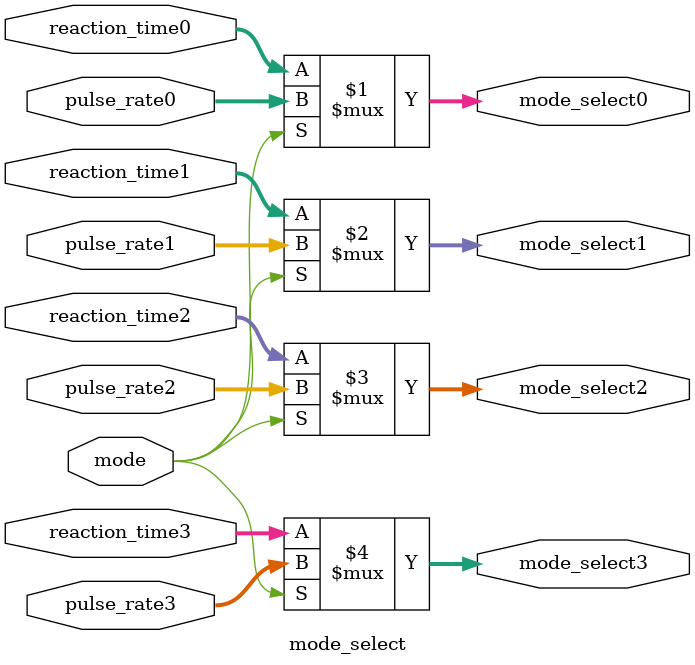
<source format=sv>
`timescale 1ns / 1ps


module mode_select(input logic mode, 
                   input logic [3:0] pulse_rate0, pulse_rate1, pulse_rate2, pulse_rate3, reaction_time0, reaction_time1, reaction_time2, reaction_time3,
                   output logic [3:0] mode_select0, mode_select1, mode_select2, mode_select3);
                   
     assign mode_select0 = (mode ?(pulse_rate0) : (reaction_time0));
     assign mode_select1 = (mode ?(pulse_rate1) : (reaction_time1));   
     assign mode_select2 = (mode ?(pulse_rate2) : (reaction_time2));
     assign mode_select3 = (mode ?(pulse_rate3) : (reaction_time3));   
    
endmodule

</source>
